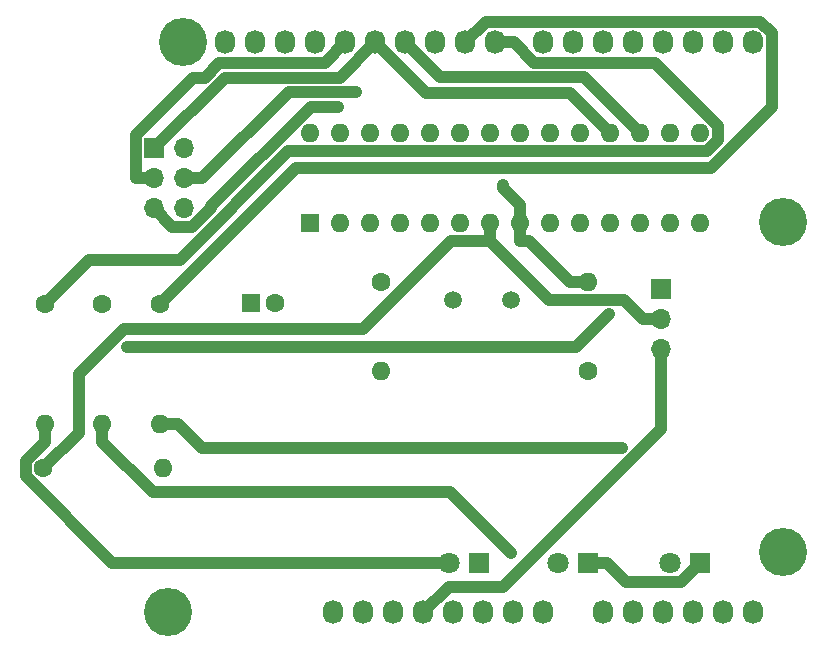
<source format=gbr>
G04 #@! TF.GenerationSoftware,KiCad,Pcbnew,5.1.5+dfsg1-2build2*
G04 #@! TF.CreationDate,2020-08-22T10:33:05-04:00*
G04 #@! TF.ProjectId,arduino-isp,61726475-696e-46f2-9d69-73702e6b6963,rev?*
G04 #@! TF.SameCoordinates,Original*
G04 #@! TF.FileFunction,Copper,L1,Top*
G04 #@! TF.FilePolarity,Positive*
%FSLAX46Y46*%
G04 Gerber Fmt 4.6, Leading zero omitted, Abs format (unit mm)*
G04 Created by KiCad (PCBNEW 5.1.5+dfsg1-2build2) date 2020-08-22 10:33:05*
%MOMM*%
%LPD*%
G04 APERTURE LIST*
%ADD10C,1.600000*%
%ADD11R,1.600000X1.600000*%
%ADD12O,1.600000X1.600000*%
%ADD13C,1.800000*%
%ADD14R,1.800000X1.800000*%
%ADD15O,1.700000X1.700000*%
%ADD16R,1.700000X1.700000*%
%ADD17C,1.500000*%
%ADD18O,1.727200X2.032000*%
%ADD19C,4.064000*%
%ADD20C,0.600000*%
%ADD21C,1.000000*%
G04 APERTURE END LIST*
D10*
X133998000Y-97615000D03*
D11*
X131998000Y-97615000D03*
D12*
X119398000Y-107875000D03*
D10*
X119398000Y-97715000D03*
D12*
X114498000Y-107875000D03*
D10*
X114498000Y-97715000D03*
D12*
X124298000Y-107875000D03*
D10*
X124298000Y-97715000D03*
D12*
X124558000Y-111615000D03*
D10*
X114398000Y-111615000D03*
D13*
X167458000Y-119615000D03*
D14*
X169998000Y-119615000D03*
D15*
X126288000Y-89615000D03*
X123748000Y-89615000D03*
X126288000Y-87075000D03*
X123748000Y-87075000D03*
X126288000Y-84535000D03*
D16*
X123748000Y-84535000D03*
D12*
X136998000Y-83245000D03*
X170018000Y-90865000D03*
X139538000Y-83245000D03*
X167478000Y-90865000D03*
X142078000Y-83245000D03*
X164938000Y-90865000D03*
X144618000Y-83245000D03*
X162398000Y-90865000D03*
X147158000Y-83245000D03*
X159858000Y-90865000D03*
X149698000Y-83245000D03*
X157318000Y-90865000D03*
X152238000Y-83245000D03*
X154778000Y-90865000D03*
X154778000Y-83245000D03*
X152238000Y-90865000D03*
X157318000Y-83245000D03*
X149698000Y-90865000D03*
X159858000Y-83245000D03*
X147158000Y-90865000D03*
X162398000Y-83245000D03*
X144618000Y-90865000D03*
X164938000Y-83245000D03*
X142078000Y-90865000D03*
X167478000Y-83245000D03*
X139538000Y-90865000D03*
X170018000Y-83245000D03*
D11*
X136998000Y-90865000D03*
D17*
X149098000Y-97365000D03*
X153998000Y-97365000D03*
D13*
X157958000Y-119615000D03*
D14*
X160498000Y-119615000D03*
D13*
X148708000Y-119615000D03*
D14*
X151248000Y-119615000D03*
D12*
X160498000Y-95865000D03*
D10*
X160498000Y-103365000D03*
D12*
X142998000Y-103365000D03*
D10*
X142998000Y-95865000D03*
D18*
X156718000Y-123825000D03*
X154178000Y-123825000D03*
X151638000Y-123825000D03*
X149098000Y-123825000D03*
X146558000Y-123825000D03*
X144018000Y-123825000D03*
X141478000Y-123825000D03*
X138938000Y-123825000D03*
X174498000Y-123825000D03*
X171958000Y-123825000D03*
X169418000Y-123825000D03*
X166878000Y-123825000D03*
X164338000Y-123825000D03*
X161798000Y-123825000D03*
X152654000Y-75565000D03*
X150114000Y-75565000D03*
X147574000Y-75565000D03*
X145034000Y-75565000D03*
X142494000Y-75565000D03*
X139954000Y-75565000D03*
X137414000Y-75565000D03*
X134874000Y-75565000D03*
X132334000Y-75565000D03*
X129794000Y-75565000D03*
X174498000Y-75565000D03*
X171958000Y-75565000D03*
X169418000Y-75565000D03*
X166878000Y-75565000D03*
X164338000Y-75565000D03*
X161798000Y-75565000D03*
X159258000Y-75565000D03*
X156718000Y-75565000D03*
D19*
X124968000Y-123825000D03*
X177038000Y-118745000D03*
X126238000Y-75565000D03*
X177038000Y-90805000D03*
D15*
X166698000Y-101495000D03*
X166698000Y-98955000D03*
D16*
X166698000Y-96415000D03*
D20*
X153279800Y-87600700D03*
X163377500Y-109932400D03*
X154013900Y-118782400D03*
X140851800Y-79747200D03*
X139307800Y-81047300D03*
X121493000Y-101310000D03*
X162243100Y-98575100D03*
D21*
X154778000Y-90865000D02*
X154778000Y-92365300D01*
X160498000Y-119615000D02*
X162098300Y-119615000D01*
X162098300Y-119615000D02*
X163746300Y-121263000D01*
X163746300Y-121263000D02*
X168350000Y-121263000D01*
X168350000Y-121263000D02*
X169998000Y-119615000D01*
X154778000Y-90865000D02*
X154778000Y-89364700D01*
X153279800Y-87600700D02*
X153279800Y-87866500D01*
X153279800Y-87866500D02*
X154778000Y-89364700D01*
X160498000Y-95865000D02*
X158997700Y-95865000D01*
X158997700Y-95865000D02*
X155498000Y-92365300D01*
X155498000Y-92365300D02*
X154778000Y-92365300D01*
X146558000Y-123825000D02*
X148721000Y-121662000D01*
X148721000Y-121662000D02*
X153345500Y-121662000D01*
X153345500Y-121662000D02*
X166698000Y-108309500D01*
X166698000Y-108309500D02*
X166698000Y-101495000D01*
X124298000Y-107875000D02*
X125798300Y-107875000D01*
X163377500Y-109932400D02*
X127855700Y-109932400D01*
X127855700Y-109932400D02*
X125798300Y-107875000D01*
X114498000Y-107875000D02*
X114498000Y-109375300D01*
X148708000Y-119615000D02*
X120210900Y-119615000D01*
X120210900Y-119615000D02*
X112888300Y-112292400D01*
X112888300Y-112292400D02*
X112888300Y-110985000D01*
X112888300Y-110985000D02*
X114498000Y-109375300D01*
X119398000Y-107875000D02*
X119398000Y-109375300D01*
X154013900Y-118782400D02*
X148862900Y-113631400D01*
X148862900Y-113631400D02*
X123654100Y-113631400D01*
X123654100Y-113631400D02*
X119398000Y-109375300D01*
X123748000Y-87075000D02*
X122197700Y-87075000D01*
X139954000Y-75565000D02*
X138237600Y-77281400D01*
X138237600Y-77281400D02*
X129303900Y-77281400D01*
X129303900Y-77281400D02*
X128038300Y-78547000D01*
X128038300Y-78547000D02*
X127034300Y-78547000D01*
X127034300Y-78547000D02*
X122197700Y-83383600D01*
X122197700Y-83383600D02*
X122197700Y-87075000D01*
X142494000Y-75565000D02*
X139512200Y-78546800D01*
X139512200Y-78546800D02*
X129736200Y-78546800D01*
X129736200Y-78546800D02*
X123748000Y-84535000D01*
X142494000Y-75565000D02*
X146786600Y-79857600D01*
X146786600Y-79857600D02*
X159010600Y-79857600D01*
X159010600Y-79857600D02*
X162398000Y-83245000D01*
X145034000Y-75565000D02*
X147950800Y-78481800D01*
X147950800Y-78481800D02*
X160174800Y-78481800D01*
X160174800Y-78481800D02*
X164938000Y-83245000D01*
X127838300Y-87075000D02*
X135166100Y-79747200D01*
X135166100Y-79747200D02*
X140851800Y-79747200D01*
X126288000Y-87075000D02*
X127838300Y-87075000D01*
X139307800Y-81047300D02*
X137011900Y-81047300D01*
X137011900Y-81047300D02*
X128624300Y-89434900D01*
X128624300Y-89434900D02*
X128624300Y-89538800D01*
X128624300Y-89538800D02*
X126996500Y-91166600D01*
X126996500Y-91166600D02*
X125299600Y-91166600D01*
X125299600Y-91166600D02*
X123748000Y-89615000D01*
X150114000Y-75565000D02*
X151887000Y-73792000D01*
X151887000Y-73792000D02*
X175108000Y-73792000D01*
X175108000Y-73792000D02*
X176063200Y-74747200D01*
X176063200Y-74747200D02*
X176063200Y-81056500D01*
X176063200Y-81056500D02*
X170922300Y-86197400D01*
X170922300Y-86197400D02*
X135815600Y-86197400D01*
X135815600Y-86197400D02*
X124298000Y-97715000D01*
X152654000Y-75565000D02*
X154217900Y-75565000D01*
X154217900Y-75565000D02*
X155934200Y-77281300D01*
X155934200Y-77281300D02*
X166176500Y-77281300D01*
X166176500Y-77281300D02*
X171536300Y-82641100D01*
X171536300Y-82641100D02*
X171536300Y-83861000D01*
X171536300Y-83861000D02*
X170603200Y-84794100D01*
X170603200Y-84794100D02*
X135097100Y-84794100D01*
X135097100Y-84794100D02*
X125937600Y-93953600D01*
X125937600Y-93953600D02*
X118259400Y-93953600D01*
X118259400Y-93953600D02*
X114498000Y-97715000D01*
X162243100Y-98575100D02*
X159508200Y-101310000D01*
X159508200Y-101310000D02*
X121493000Y-101310000D01*
X152238000Y-92365300D02*
X148885900Y-92365300D01*
X148885900Y-92365300D02*
X141413000Y-99838200D01*
X141413000Y-99838200D02*
X121210800Y-99838200D01*
X121210800Y-99838200D02*
X117372400Y-103676600D01*
X117372400Y-103676600D02*
X117372400Y-108640600D01*
X117372400Y-108640600D02*
X114398000Y-111615000D01*
X152238000Y-92065200D02*
X152238000Y-92365300D01*
X152238000Y-90865000D02*
X152238000Y-92065200D01*
X166698000Y-98955000D02*
X165147700Y-98955000D01*
X165147700Y-98955000D02*
X163558200Y-97365500D01*
X163558200Y-97365500D02*
X157238200Y-97365500D01*
X157238200Y-97365500D02*
X152238000Y-92365300D01*
M02*

</source>
